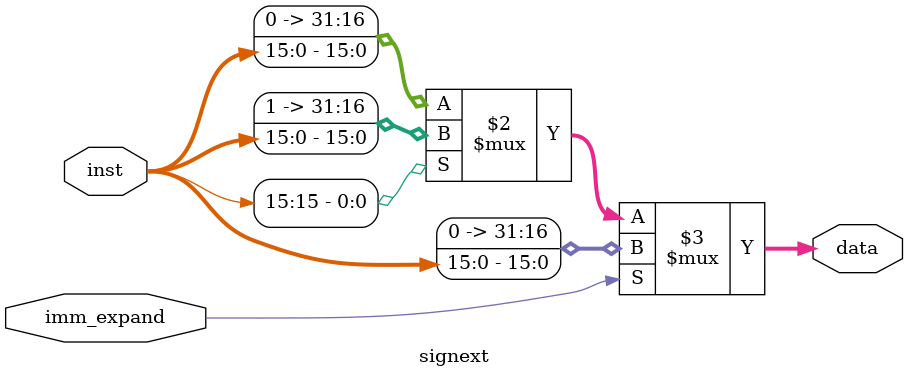
<source format=v>
`timescale 1ns / 1ps


module signext( 
input [15:0] inst, // ÊäÈë16Î»
input imm_expand,
output [31:0] data // Êä³ö32Î»
); 
// ¸ù¾Ý·ûºÅ²¹³ä·ûºÅÎ»
// Èç¹û·ûºÅÎ»Îª1£¬Ôò²¹³ä16¸ö1£¬¼´16'h ffff 
// Èç¹û·ûºÅÎ»Îª0£¬Ôò²¹³ä16¸ö0 
assign data = (imm_expand == 1'b1)?{16'h0000,inst}:(inst[15:15]?{16'hffff,inst}:{16'h0000,inst});
endmodule

</source>
